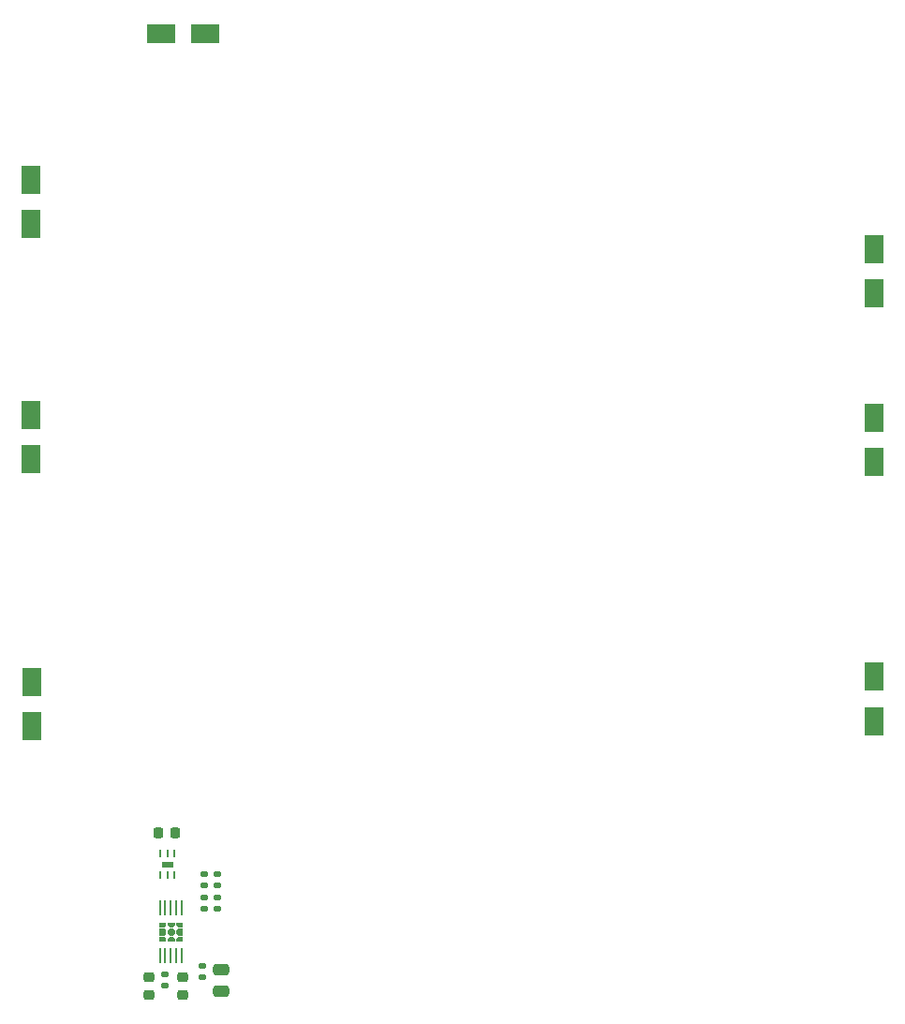
<source format=gtp>
%TF.GenerationSoftware,KiCad,Pcbnew,(6.0.4-0)*%
%TF.CreationDate,2022-05-13T11:56:40-07:00*%
%TF.ProjectId,solar-panel-side-X-plus,736f6c61-722d-4706-916e-656c2d736964,rev?*%
%TF.SameCoordinates,Original*%
%TF.FileFunction,Paste,Top*%
%TF.FilePolarity,Positive*%
%FSLAX46Y46*%
G04 Gerber Fmt 4.6, Leading zero omitted, Abs format (unit mm)*
G04 Created by KiCad (PCBNEW (6.0.4-0)) date 2022-05-13 11:56:40*
%MOMM*%
%LPD*%
G01*
G04 APERTURE LIST*
G04 Aperture macros list*
%AMRoundRect*
0 Rectangle with rounded corners*
0 $1 Rounding radius*
0 $2 $3 $4 $5 $6 $7 $8 $9 X,Y pos of 4 corners*
0 Add a 4 corners polygon primitive as box body*
4,1,4,$2,$3,$4,$5,$6,$7,$8,$9,$2,$3,0*
0 Add four circle primitives for the rounded corners*
1,1,$1+$1,$2,$3*
1,1,$1+$1,$4,$5*
1,1,$1+$1,$6,$7*
1,1,$1+$1,$8,$9*
0 Add four rect primitives between the rounded corners*
20,1,$1+$1,$2,$3,$4,$5,0*
20,1,$1+$1,$4,$5,$6,$7,0*
20,1,$1+$1,$6,$7,$8,$9,0*
20,1,$1+$1,$8,$9,$2,$3,0*%
G04 Aperture macros list end*
%ADD10C,0.010000*%
%ADD11C,0.100000*%
%ADD12R,1.700000X2.500000*%
%ADD13R,2.500000X1.700000*%
%ADD14R,0.270000X0.740000*%
%ADD15RoundRect,0.250000X0.475000X-0.250000X0.475000X0.250000X-0.475000X0.250000X-0.475000X-0.250000X0*%
%ADD16RoundRect,0.218750X0.256250X-0.218750X0.256250X0.218750X-0.256250X0.218750X-0.256250X-0.218750X0*%
%ADD17RoundRect,0.135000X-0.185000X0.135000X-0.185000X-0.135000X0.185000X-0.135000X0.185000X0.135000X0*%
%ADD18RoundRect,0.218750X0.218750X0.256250X-0.218750X0.256250X-0.218750X-0.256250X0.218750X-0.256250X0*%
%ADD19RoundRect,0.140000X0.170000X-0.140000X0.170000X0.140000X-0.170000X0.140000X-0.170000X-0.140000X0*%
%ADD20RoundRect,0.135000X0.185000X-0.135000X0.185000X0.135000X-0.185000X0.135000X-0.185000X-0.135000X0*%
%ADD21R,0.270000X1.411200*%
G04 APERTURE END LIST*
%TO.C,U1*%
G36*
X113327500Y-123431000D02*
G01*
X112467500Y-123431000D01*
X112467500Y-123011000D01*
X113327500Y-123011000D01*
X113327500Y-123431000D01*
G37*
D10*
X113327500Y-123431000D02*
X112467500Y-123431000D01*
X112467500Y-123011000D01*
X113327500Y-123011000D01*
X113327500Y-123431000D01*
%TO.C,U2*%
G36*
X113511700Y-129144721D02*
G01*
X113511700Y-129449279D01*
X113370279Y-129590700D01*
X113065721Y-129590700D01*
X112924300Y-129449279D01*
X112924300Y-129144721D01*
X113065721Y-129003300D01*
X113370279Y-129003300D01*
X113511700Y-129144721D01*
G37*
D11*
X113511700Y-129144721D02*
X113511700Y-129449279D01*
X113370279Y-129590700D01*
X113065721Y-129590700D01*
X112924300Y-129449279D01*
X112924300Y-129144721D01*
X113065721Y-129003300D01*
X113370279Y-129003300D01*
X113511700Y-129144721D01*
G36*
X112724300Y-128661879D02*
G01*
X112582879Y-128803300D01*
X112202930Y-128803300D01*
X112202930Y-128511930D01*
X112724300Y-128511930D01*
X112724300Y-128661879D01*
G37*
X112724300Y-128661879D02*
X112582879Y-128803300D01*
X112202930Y-128803300D01*
X112202930Y-128511930D01*
X112724300Y-128511930D01*
X112724300Y-128661879D01*
G36*
X113511700Y-128661879D02*
G01*
X113370279Y-128803300D01*
X113065721Y-128803300D01*
X112924300Y-128661879D01*
X112924300Y-128511930D01*
X113511700Y-128511930D01*
X113511700Y-128661879D01*
G37*
X113511700Y-128661879D02*
X113370279Y-128803300D01*
X113065721Y-128803300D01*
X112924300Y-128661879D01*
X112924300Y-128511930D01*
X113511700Y-128511930D01*
X113511700Y-128661879D01*
G36*
X114233070Y-130082070D02*
G01*
X113711700Y-130082070D01*
X113711700Y-129932121D01*
X113853121Y-129790700D01*
X114233070Y-129790700D01*
X114233070Y-130082070D01*
G37*
X114233070Y-130082070D02*
X113711700Y-130082070D01*
X113711700Y-129932121D01*
X113853121Y-129790700D01*
X114233070Y-129790700D01*
X114233070Y-130082070D01*
G36*
X114233070Y-128803300D02*
G01*
X113853121Y-128803300D01*
X113711700Y-128661879D01*
X113711700Y-128511930D01*
X114233070Y-128511930D01*
X114233070Y-128803300D01*
G37*
X114233070Y-128803300D02*
X113853121Y-128803300D01*
X113711700Y-128661879D01*
X113711700Y-128511930D01*
X114233070Y-128511930D01*
X114233070Y-128803300D01*
G36*
X113511700Y-129932121D02*
G01*
X113511700Y-130082070D01*
X112924300Y-130082070D01*
X112924300Y-129932121D01*
X113065721Y-129790700D01*
X113370279Y-129790700D01*
X113511700Y-129932121D01*
G37*
X113511700Y-129932121D02*
X113511700Y-130082070D01*
X112924300Y-130082070D01*
X112924300Y-129932121D01*
X113065721Y-129790700D01*
X113370279Y-129790700D01*
X113511700Y-129932121D01*
G36*
X114233070Y-129590700D02*
G01*
X113853121Y-129590700D01*
X113711700Y-129449279D01*
X113711700Y-129144721D01*
X113853121Y-129003300D01*
X114233070Y-129003300D01*
X114233070Y-129590700D01*
G37*
X114233070Y-129590700D02*
X113853121Y-129590700D01*
X113711700Y-129449279D01*
X113711700Y-129144721D01*
X113853121Y-129003300D01*
X114233070Y-129003300D01*
X114233070Y-129590700D01*
G36*
X112724300Y-129144721D02*
G01*
X112724300Y-129449279D01*
X112582879Y-129590700D01*
X112202930Y-129590700D01*
X112202930Y-129003300D01*
X112582879Y-129003300D01*
X112724300Y-129144721D01*
G37*
X112724300Y-129144721D02*
X112724300Y-129449279D01*
X112582879Y-129590700D01*
X112202930Y-129590700D01*
X112202930Y-129003300D01*
X112582879Y-129003300D01*
X112724300Y-129144721D01*
G36*
X112724300Y-129932121D02*
G01*
X112724300Y-130082070D01*
X112202930Y-130082070D01*
X112202930Y-129790700D01*
X112582879Y-129790700D01*
X112724300Y-129932121D01*
G37*
X112724300Y-129932121D02*
X112724300Y-130082070D01*
X112202930Y-130082070D01*
X112202930Y-129790700D01*
X112582879Y-129790700D01*
X112724300Y-129932121D01*
%TD*%
D12*
%TO.C,D2*%
X100580000Y-82610000D03*
X100580000Y-86610000D03*
%TD*%
%TO.C,D6*%
X176784000Y-71596000D03*
X176784000Y-67596000D03*
%TD*%
%TO.C,D3*%
X100620000Y-106730000D03*
X100620000Y-110730000D03*
%TD*%
D13*
%TO.C,D9*%
X116340000Y-48160000D03*
X112340000Y-48160000D03*
%TD*%
D12*
%TO.C,D5*%
X176770000Y-86870000D03*
X176770000Y-82870000D03*
%TD*%
%TO.C,D1*%
X100580000Y-61340000D03*
X100580000Y-65340000D03*
%TD*%
%TO.C,D4*%
X176770000Y-110270000D03*
X176770000Y-106270000D03*
%TD*%
D14*
%TO.C,U1*%
X113547500Y-122226000D03*
X112897500Y-122226000D03*
X112247500Y-122226000D03*
X112247500Y-124216000D03*
X112897500Y-124216000D03*
X113547500Y-124216000D03*
%TD*%
D15*
%TO.C,C5*%
X117760000Y-134640000D03*
X117760000Y-132740000D03*
%TD*%
D16*
%TO.C,L1*%
X111235000Y-135002500D03*
X111235000Y-133427500D03*
%TD*%
D17*
%TO.C,R15*%
X117400000Y-126245000D03*
X117400000Y-127265000D03*
%TD*%
D18*
%TO.C,C1*%
X113637500Y-120340000D03*
X112062500Y-120340000D03*
%TD*%
D17*
%TO.C,R14*%
X116240000Y-124065000D03*
X116240000Y-125085000D03*
%TD*%
D19*
%TO.C,C4*%
X116085000Y-133395000D03*
X116085000Y-132435000D03*
%TD*%
D20*
%TO.C,R13*%
X117400000Y-125085000D03*
X117400000Y-124065000D03*
%TD*%
%TO.C,R17*%
X112720000Y-134150000D03*
X112720000Y-133130000D03*
%TD*%
D21*
%TO.C,U2*%
X112217999Y-131471999D03*
X112718001Y-131471999D03*
X113218000Y-131471999D03*
X113717999Y-131471999D03*
X114218001Y-131471999D03*
X114218001Y-127122001D03*
X113717999Y-127122001D03*
X113218000Y-127122001D03*
X112718001Y-127122001D03*
X112217999Y-127122001D03*
%TD*%
D20*
%TO.C,R16*%
X116260000Y-127265000D03*
X116260000Y-126245000D03*
%TD*%
D16*
%TO.C,L2*%
X114293000Y-134984500D03*
X114293000Y-133409500D03*
%TD*%
M02*

</source>
